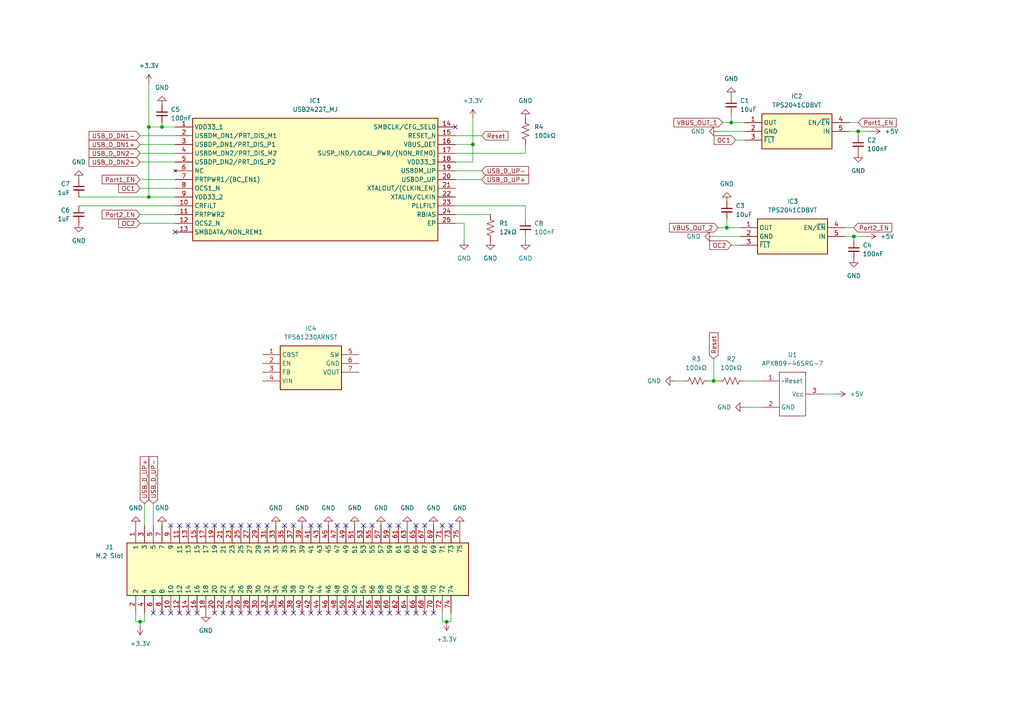
<source format=kicad_sch>
(kicad_sch (version 20250114) (generator "eeschema") (generator_version "9.0")
  (paper "A4")
  (lib_symbols
    (symbol "APX809-46SRG-7:APX809-46SRG-7"
      (property "Reference" "U" (at 0 7.112 0))
      (property "Value" "APX809-46SRG-7" (at 0 4.826 0))
      (symbol "APX809-46SRG-7_0_1"
        (rectangle (start -3.81 3.81) (end 3.81 -8.89))
      )
      (symbol "APX809-46SRG-7_1_1"
        (pin passive line (at -8.89 1.27 0) (length 5.08) (name "~Reset") (number "1"))
        (pin passive line (at -8.89 -6.35 0) (length 5.08) (name "GND") (number "2"))
        (pin passive line (at 8.89 -2.54 180) (length 5.08) (name "Vcc") (number "3"))
      )
    )
    (symbol "AthenaLib:M.2_Slot"
      (property "Reference" "J" (at -0.254 2.286 0))
      (property "Value" "M.2 Slot" (at -3.81 0.508 0))
      (symbol "M.2_Slot_1_1"
        (rectangle (start 5.08 7.62) (end 104.14 -7.62) (stroke (width 0.254)) (fill (type background)))
        (pin passive line (at 7.62 12.7 270) (length 5.08) (name "1") (number "1"))
        (pin passive line (at 7.62 -12.7 90) (length 5.08) (name "2") (number "2"))
        (pin passive line (at 10.16 12.7 270) (length 5.08) (name "3") (number "3"))
        (pin passive line (at 10.16 -12.7 90) (length 5.08) (name "4") (number "4"))
        (pin passive line (at 12.7 12.7 270) (length 5.08) (name "5") (number "5"))
        (pin passive line (at 12.7 -12.7 90) (length 5.08) (name "6") (number "6"))
        (pin passive line (at 15.24 12.7 270) (length 5.08) (name "7") (number "7"))
        (pin passive line (at 15.24 -12.7 90) (length 5.08) (name "8") (number "8"))
        (pin passive line (at 17.78 12.7 270) (length 5.08) (name "9") (number "9"))
        (pin passive line (at 17.78 -12.7 90) (length 5.08) (name "10") (number "10"))
        (pin passive line (at 20.32 12.7 270) (length 5.08) (name "11") (number "11"))
        (pin passive line (at 20.32 -12.7 90) (length 5.08) (name "12") (number "12"))
        (pin passive line (at 22.86 12.7 270) (length 5.08) (name "13") (number "13"))
        (pin passive line (at 22.86 -12.7 90) (length 5.08) (name "14") (number "14"))
        (pin passive line (at 25.4 12.7 270) (length 5.08) (name "15") (number "15"))
        (pin passive line (at 25.4 -12.7 90) (length 5.08) (name "16") (number "16"))
        (pin passive line (at 27.94 12.7 270) (length 5.08) (name "17") (number "17"))
        (pin passive line (at 27.94 -12.7 90) (length 5.08) (name "18") (number "18"))
        (pin passive line (at 30.48 12.7 270) (length 5.08) (name "19") (number "19"))
        (pin passive line (at 30.48 -12.7 90) (length 5.08) (name "20") (number "20"))
        (pin passive line (at 33.02 12.7 270) (length 5.08) (name "21") (number "21"))
        (pin passive line (at 33.02 -12.7 90) (length 5.08) (name "22") (number "22"))
        (pin passive line (at 35.56 12.7 270) (length 5.08) (name "23") (number "23"))
        (pin passive line (at 35.56 -12.7 90) (length 5.08) (name "24") (number "24"))
        (pin passive line (at 38.1 12.7 270) (length 5.08) (name "25") (number "25"))
        (pin passive line (at 38.1 -12.7 90) (length 5.08) (name "26") (number "26"))
        (pin passive line (at 40.64 12.7 270) (length 5.08) (name "27") (number "27"))
        (pin passive line (at 40.64 -12.7 90) (length 5.08) (name "28") (number "28"))
        (pin passive line (at 43.18 12.7 270) (length 5.08) (name "29") (number "29"))
        (pin passive line (at 43.18 -12.7 90) (length 5.08) (name "30") (number "30"))
        (pin passive line (at 45.72 12.7 270) (length 5.08) (name "31") (number "31"))
        (pin passive line (at 45.72 -12.7 90) (length 5.08) (name "32") (number "32"))
        (pin passive line (at 48.26 12.7 270) (length 5.08) (name "33") (number "33"))
        (pin passive line (at 48.26 -12.7 90) (length 5.08) (name "34") (number "34"))
        (pin passive line (at 50.8 12.7 270) (length 5.08) (name "35") (number "35"))
        (pin passive line (at 50.8 -12.7 90) (length 5.08) (name "36") (number "36"))
        (pin passive line (at 53.34 12.7 270) (length 5.08) (name "37") (number "37"))
        (pin passive line (at 53.34 -12.7 90) (length 5.08) (name "38") (number "38"))
        (pin passive line (at 55.88 12.7 270) (length 5.08) (name "39") (number "39"))
        (pin passive line (at 55.88 -12.7 90) (length 5.08) (name "40") (number "40"))
        (pin passive line (at 58.42 12.7 270) (length 5.08) (name "41") (number "41"))
        (pin passive line (at 58.42 -12.7 90) (length 5.08) (name "42") (number "42"))
        (pin passive line (at 60.96 12.7 270) (length 5.08) (name "43") (number "43"))
        (pin passive line (at 60.96 -12.7 90) (length 5.08) (name "44") (number "44"))
        (pin passive line (at 63.5 12.7 270) (length 5.08) (name "45") (number "45"))
        (pin passive line (at 63.5 -12.7 90) (length 5.08) (name "46") (number "46"))
        (pin passive line (at 66.04 12.7 270) (length 5.08) (name "47") (number "47"))
        (pin passive line (at 66.04 -12.7 90) (length 5.08) (name "48") (number "48"))
        (pin passive line (at 68.58 12.7 270) (length 5.08) (name "49") (number "49"))
        (pin passive line (at 68.58 -12.7 90) (length 5.08) (name "50") (number "50"))
        (pin passive line (at 71.12 12.7 270) (length 5.08) (name "51") (number "51"))
        (pin passive line (at 71.12 -12.7 90) (length 5.08) (name "52") (number "52"))
        (pin passive line (at 73.66 12.7 270) (length 5.08) (name "53") (number "53"))
        (pin passive line (at 73.66 -12.7 90) (length 5.08) (name "54") (number "54"))
        (pin passive line (at 76.2 12.7 270) (length 5.08) (name "55") (number "55"))
        (pin passive line (at 76.2 -12.7 90) (length 5.08) (name "56") (number "56"))
        (pin passive line (at 78.74 12.7 270) (length 5.08) (name "57") (number "57"))
        (pin passive line (at 78.74 -12.7 90) (length 5.08) (name "58") (number "58"))
        (pin passive line (at 81.28 12.7 270) (length 5.08) (name "59") (number "59"))
        (pin passive line (at 81.28 -12.7 90) (length 5.08) (name "60") (number "60"))
        (pin passive line (at 83.82 12.7 270) (length 5.08) (name "61") (number "61"))
        (pin passive line (at 83.82 -12.7 90) (length 5.08) (name "62") (number "62"))
        (pin passive line (at 86.36 12.7 270) (length 5.08) (name "63") (number "63"))
        (pin passive line (at 86.36 -12.7 90) (length 5.08) (name "64") (number "64"))
        (pin passive line (at 88.9 12.7 270) (length 5.08) (name "65") (number "65"))
        (pin passive line (at 88.9 -12.7 90) (length 5.08) (name "66") (number "66"))
        (pin passive line (at 91.44 12.7 270) (length 5.08) (name "67") (number "67"))
        (pin passive line (at 91.44 -12.7 90) (length 5.08) (name "68") (number "68"))
        (pin passive line (at 93.98 12.7 270) (length 5.08) (name "69") (number "69"))
        (pin passive line (at 93.98 -12.7 90) (length 5.08) (name "70") (number "70"))
        (pin passive line (at 96.52 12.7 270) (length 5.08) (name "71") (number "71"))
        (pin passive line (at 96.52 -12.7 90) (length 5.08) (name "72") (number "72"))
        (pin passive line (at 99.06 12.7 270) (length 5.08) (name "73") (number "73"))
        (pin passive line (at 99.06 -12.7 90) (length 5.08) (name "74") (number "74"))
        (pin passive line (at 101.6 12.7 270) (length 5.08) (name "75") (number "75"))
      )
    )
    (symbol "Device:C_Small" (pin_numbers (hide yes)) (pin_names (offset 0.254) (hide yes))
      (property "Reference" "C" (at 0.254 1.778 0))
      (property "Value" "C_Small" (at 0.254 -2.032 0))
      (symbol "C_Small_0_1"
        (polyline (pts (xy -1.524 0.508) (xy 1.524 0.508)) (stroke (width 0.3048)))
        (polyline (pts (xy -1.524 -0.508) (xy 1.524 -0.508)) (stroke (width 0.3302)))
      )
      (symbol "C_Small_1_1"
        (pin passive line (at 0 2.54 270) (length 2.032) (name "~") (number "1"))
        (pin passive line (at 0 -2.54 90) (length 2.032) (name "~") (number "2"))
      )
    )
    (symbol "Device:R_US" (pin_numbers (hide yes)) (pin_names (offset 0))
      (property "Reference" "R" (at 2.54 0 90))
      (property "Value" "R_US" (at -2.54 0 90))
      (symbol "R_US_0_1"
        (polyline (pts (xy 0 2.286) (xy 0 2.54)))
        (polyline (pts (xy 0 2.286) (xy 1.016 1.905) (xy 0 1.524) (xy -1.016 1.143) (xy 0 0.762)))
        (polyline (pts (xy 0 0.762) (xy 1.016 0.381) (xy 0 0) (xy -1.016 -0.381) (xy 0 -0.762)))
        (polyline (pts (xy 0 -0.762) (xy 1.016 -1.143) (xy 0 -1.524) (xy -1.016 -1.905) (xy 0 -2.286)))
        (polyline (pts (xy 0 -2.286) (xy 0 -2.54)))
      )
      (symbol "R_US_1_1"
        (pin passive line (at 0 3.81 270) (length 1.27) (name "~") (number "1"))
        (pin passive line (at 0 -3.81 90) (length 1.27) (name "~") (number "2"))
      )
    )
    (symbol "TPS2041CDBVT:TPS2041CDBVT"
      (property "Reference" "IC" (at 26.67 7.62 0))
      (property "Value" "TPS2041CDBVT" (at 26.67 5.08 0))
      (symbol "TPS2041CDBVT_1_1"
        (rectangle (start 5.08 2.54) (end 25.4 -7.62) (stroke (width 0.254)) (fill (type background)))
        (pin passive line (at 0 0 0) (length 5.08) (name "OUT") (number "1"))
        (pin passive line (at 0 -2.54 0) (length 5.08) (name "GND") (number "2"))
        (pin passive line (at 0 -5.08 0) (length 5.08) (name "~{FLT}") (number "3"))
        (pin passive line (at 30.48 0 180) (length 5.08) (name "EN/~{EN}") (number "4"))
        (pin passive line (at 30.48 -2.54 180) (length 5.08) (name "IN") (number "5"))
      )
    )
    (symbol "TPS61230ARNST:TPS61230ARNST"
      (property "Reference" "IC" (at 24.13 7.62 0))
      (property "Value" "TPS61230ARNST" (at 24.13 5.08 0))
      (symbol "TPS61230ARNST_1_1"
        (rectangle (start 5.08 2.54) (end 22.86 -10.16) (stroke (width 0.254)) (fill (type background)))
        (pin passive line (at 0 0 0) (length 5.08) (name "CBST") (number "1"))
        (pin passive line (at 0 -2.54 0) (length 5.08) (name "EN") (number "2"))
        (pin passive line (at 0 -5.08 0) (length 5.08) (name "FB") (number "3"))
        (pin passive line (at 0 -7.62 0) (length 5.08) (name "VIN") (number "4"))
        (pin passive line (at 27.94 0 180) (length 5.08) (name "SW") (number "5"))
        (pin passive line (at 27.94 -2.54 180) (length 5.08) (name "GND") (number "6"))
        (pin passive line (at 27.94 -5.08 180) (length 5.08) (name "VOUT") (number "7"))
      )
    )
    (symbol "USB2422T_MJ:USB2422T_MJ"
      (property "Reference" "IC" (at 77.47 7.62 0))
      (property "Value" "USB2422T_MJ" (at 77.47 5.08 0))
      (symbol "USB2422T_MJ_1_1"
        (rectangle (start 5.08 2.54) (end 76.2 -33.02) (stroke (width 0.254)) (fill (type background)))
        (pin passive line (at 0 0 0) (length 5.08) (name "VDD33_1") (number "1"))
        (pin passive line (at 0 -2.54 0) (length 5.08) (name "USBDM_DN1/PRT_DIS_M1") (number "2"))
        (pin passive line (at 0 -5.08 0) (length 5.08) (name "USBDP_DN1/PRT_DIS_P1") (number "3"))
        (pin passive line (at 0 -7.62 0) (length 5.08) (name "USBDM_DN2/PRT_DIS_M2") (number "4"))
        (pin passive line (at 0 -10.16 0) (length 5.08) (name "USBDP_DN2/PRT_DIS_P2") (number "5"))
        (pin no_connect line (at 0 -12.7 0) (length 5.08) (name "NC") (number "6"))
        (pin passive line (at 0 -15.24 0) (length 5.08) (name "PRTPWR1/(BC_EN1)") (number "7"))
        (pin passive line (at 0 -17.78 0) (length 5.08) (name "OCS1_N") (number "8"))
        (pin passive line (at 0 -20.32 0) (length 5.08) (name "VDD33_2") (number "9"))
        (pin passive line (at 0 -22.86 0) (length 5.08) (name "CRFILT") (number "10"))
        (pin passive line (at 0 -25.4 0) (length 5.08) (name "PRTPWR2") (number "11"))
        (pin passive line (at 0 -27.94 0) (length 5.08) (name "OCS2_N") (number "12"))
        (pin passive line (at 0 -30.48 0) (length 5.08) (name "SMBDATA/NON_REM1") (number "13"))
        (pin passive line (at 81.28 0 180) (length 5.08) (name "SMBCLK/CFG_SEL0") (number "14"))
        (pin passive line (at 81.28 -2.54 180) (length 5.08) (name "RESET_N") (number "15"))
        (pin passive line (at 81.28 -5.08 180) (length 5.08) (name "VBUS_DET") (number "16"))
        (pin passive line (at 81.28 -7.62 180) (length 5.08) (name "SUSP_IND/LOCAL_PWR/(NON_REM0)") (number "17"))
        (pin passive line (at 81.28 -10.16 180) (length 5.08) (name "VDD33_3") (number "18"))
        (pin passive line (at 81.28 -12.7 180) (length 5.08) (name "USBDM_UP") (number "19"))
        (pin passive line (at 81.28 -15.24 180) (length 5.08) (name "USBDP_UP") (number "20"))
        (pin passive line (at 81.28 -17.78 180) (length 5.08) (name "XTALOUT/(CLKIN_EN)") (number "21"))
        (pin passive line (at 81.28 -20.32 180) (length 5.08) (name "XTALIN/CLKIN") (number "22"))
        (pin passive line (at 81.28 -22.86 180) (length 5.08) (name "PLLFILT") (number "23"))
        (pin passive line (at 81.28 -25.4 180) (length 5.08) (name "RBIAS") (number "24"))
        (pin passive line (at 81.28 -27.94 180) (length 5.08) (name "EP") (number "25"))
      )
    )
    (symbol "power:+3.3V" (power) (pin_numbers (hide yes)) (pin_names (offset 0) (hide yes))
      (property "Value" "+3.3V" (at 0 3.556 0))
      (symbol "+3.3V_0_1"
        (polyline (pts (xy -0.762 1.27) (xy 0 2.54)))
        (polyline (pts (xy 0 2.54) (xy 0.762 1.27)))
        (polyline (pts (xy 0 0) (xy 0 2.54)))
      )
      (symbol "+3.3V_1_1"
        (pin power_in line (at 0 0 90) (length 0) (name "~") (number "1"))
      )
    )
    (symbol "power:+5V" (power) (pin_numbers (hide yes)) (pin_names (offset 0) (hide yes))
      (property "Value" "+5V" (at 0 3.556 0))
      (symbol "+5V_0_1"
        (polyline (pts (xy -0.762 1.27) (xy 0 2.54)))
        (polyline (pts (xy 0 2.54) (xy 0.762 1.27)))
        (polyline (pts (xy 0 0) (xy 0 2.54)))
      )
      (symbol "+5V_1_1"
        (pin power_in line (at 0 0 90) (length 0) (name "~") (number "1"))
      )
    )
    (symbol "power:GND" (power) (pin_numbers (hide yes)) (pin_names (offset 0) (hide yes))
      (property "Value" "GND" (at 0 -3.81 0))
      (symbol "GND_0_1"
        (polyline (pts (xy 0 0) (xy 0 -1.27) (xy 1.27 -1.27) (xy 0 -2.54) (xy -1.27 -1.27) (xy 0 -1.27)))
      )
      (symbol "GND_1_1"
        (pin power_in line (at 0 0 270) (length 0) (name "~") (number "1"))
      )
    )
  )
  (junction (at 43.18 36.83))
  (junction (at 247.65 68.58))
  (junction (at 210.82 66.04))
  (junction (at 40.64 180.34))
  (junction (at 43.18 57.15))
  (junction (at 248.92 38.1))
  (junction (at 129.54 180.34))
  (junction (at 46.99 36.83))
  (junction (at 207.01 110.49))
  (junction (at 137.16 41.91))
  (junction (at 212.09 35.56))
  (no_connect (at 62.23 177.8))
  (no_connect (at 105.41 177.8))
  (no_connect (at 100.33 152.4))
  (no_connect (at 49.53 152.4))
  (no_connect (at 74.93 152.4))
  (no_connect (at 87.63 177.8))
  (no_connect (at 67.31 177.8))
  (no_connect (at 115.57 152.4))
  (no_connect (at 72.39 177.8))
  (no_connect (at 72.39 152.4))
  (no_connect (at 107.95 152.4))
  (no_connect (at 132.08 36.83))
  (no_connect (at 102.87 177.8))
  (no_connect (at 130.81 152.4))
  (no_connect (at 123.19 152.4))
  (no_connect (at 57.15 152.4))
  (no_connect (at 97.79 177.8))
  (no_connect (at 44.45 177.8))
  (no_connect (at 100.33 177.8))
  (no_connect (at 113.03 152.4))
  (no_connect (at 77.47 152.4))
  (no_connect (at 80.01 177.8))
  (no_connect (at 50.8 67.31))
  (no_connect (at 85.09 152.4))
  (no_connect (at 52.07 177.8))
  (no_connect (at 90.17 152.4))
  (no_connect (at 57.15 177.8))
  (no_connect (at 64.77 152.4))
  (no_connect (at 69.85 177.8))
  (no_connect (at 92.71 152.4))
  (no_connect (at 52.07 152.4))
  (no_connect (at 59.69 152.4))
  (no_connect (at 54.61 177.8))
  (no_connect (at 85.09 177.8))
  (no_connect (at 92.71 177.8))
  (no_connect (at 62.23 152.4))
  (no_connect (at 67.31 152.4))
  (no_connect (at 107.95 177.8))
  (no_connect (at 123.19 177.8))
  (no_connect (at 49.53 177.8))
  (no_connect (at 113.03 177.8))
  (no_connect (at 77.47 177.8))
  (no_connect (at 120.65 152.4))
  (no_connect (at 120.65 177.8))
  (no_connect (at 118.11 177.8))
  (no_connect (at 82.55 152.4))
  (no_connect (at 105.41 152.4))
  (no_connect (at 82.55 177.8))
  (no_connect (at 128.27 152.4))
  (no_connect (at 54.61 152.4))
  (no_connect (at 64.77 177.8))
  (no_connect (at 97.79 152.4))
  (no_connect (at 74.93 177.8))
  (no_connect (at 90.17 177.8))
  (no_connect (at 69.85 152.4))
  (no_connect (at 125.73 177.8))
  (no_connect (at 95.25 177.8))
  (no_connect (at 46.99 177.8))
  (no_connect (at 115.57 177.8))
  (no_connect (at 110.49 177.8))
  (wire (pts (xy 215.9 118.11) (xy 220.98 118.11)))
  (wire (pts (xy 40.64 180.34) (xy 39.37 180.34)))
  (wire (pts (xy 245.11 68.58) (xy 247.65 68.58)))
  (wire (pts (xy 130.81 177.8) (xy 130.81 180.34)))
  (wire (pts (xy 207.01 110.49) (xy 208.28 110.49)))
  (wire (pts (xy 40.64 39.37) (xy 50.8 39.37)))
  (wire (pts (xy 132.08 49.53) (xy 139.7 49.53)))
  (wire (pts (xy 40.64 46.99) (xy 50.8 46.99)))
  (wire (pts (xy 40.64 181.61) (xy 40.64 180.34)))
  (wire (pts (xy 22.86 59.69) (xy 50.8 59.69)))
  (wire (pts (xy 132.08 52.07) (xy 139.7 52.07)))
  (wire (pts (xy 39.37 180.34) (xy 39.37 177.8)))
  (wire (pts (xy 205.74 110.49) (xy 207.01 110.49)))
  (wire (pts (xy 128.27 177.8) (xy 128.27 180.34)))
  (wire (pts (xy 40.64 52.07) (xy 50.8 52.07)))
  (wire (pts (xy 132.08 41.91) (xy 137.16 41.91)))
  (wire (pts (xy 207.01 68.58) (xy 214.63 68.58)))
  (wire (pts (xy 132.08 44.45) (xy 152.4 44.45)))
  (wire (pts (xy 247.65 68.58) (xy 251.46 68.58)))
  (wire (pts (xy 130.81 180.34) (xy 129.54 180.34)))
  (wire (pts (xy 41.91 146.05) (xy 41.91 152.4)))
  (wire (pts (xy 43.18 36.83) (xy 43.18 24.13)))
  (wire (pts (xy 152.4 68.58) (xy 152.4 69.85)))
  (wire (pts (xy 209.55 35.56) (xy 212.09 35.56)))
  (wire (pts (xy 210.82 66.04) (xy 214.63 66.04)))
  (wire (pts (xy 22.86 57.15) (xy 43.18 57.15)))
  (wire (pts (xy 132.08 59.69) (xy 152.4 59.69)))
  (wire (pts (xy 41.91 177.8) (xy 41.91 180.34)))
  (wire (pts (xy 43.18 57.15) (xy 43.18 36.83)))
  (wire (pts (xy 152.4 44.45) (xy 152.4 41.91)))
  (wire (pts (xy 137.16 46.99) (xy 137.16 41.91)))
  (wire (pts (xy 212.09 35.56) (xy 215.9 35.56)))
  (wire (pts (xy 247.65 68.58) (xy 247.65 69.85)))
  (wire (pts (xy 40.64 180.34) (xy 41.91 180.34)))
  (wire (pts (xy 132.08 64.77) (xy 134.62 64.77)))
  (wire (pts (xy 238.76 114.3) (xy 242.57 114.3)))
  (wire (pts (xy 245.11 66.04) (xy 247.65 66.04)))
  (wire (pts (xy 215.9 110.49) (xy 220.98 110.49)))
  (wire (pts (xy 248.92 38.1) (xy 252.73 38.1)))
  (wire (pts (xy 207.01 104.14) (xy 207.01 110.49)))
  (wire (pts (xy 46.99 36.83) (xy 50.8 36.83)))
  (wire (pts (xy 40.64 54.61) (xy 50.8 54.61)))
  (wire (pts (xy 43.18 36.83) (xy 46.99 36.83)))
  (wire (pts (xy 40.64 44.45) (xy 50.8 44.45)))
  (wire (pts (xy 46.99 35.56) (xy 46.99 36.83)))
  (wire (pts (xy 208.28 38.1) (xy 215.9 38.1)))
  (wire (pts (xy 212.09 33.02) (xy 212.09 35.56)))
  (wire (pts (xy 50.8 57.15) (xy 43.18 57.15)))
  (wire (pts (xy 137.16 41.91) (xy 137.16 34.29)))
  (wire (pts (xy 134.62 64.77) (xy 134.62 69.85)))
  (wire (pts (xy 132.08 39.37) (xy 139.7 39.37)))
  (wire (pts (xy 213.36 40.64) (xy 215.9 40.64)))
  (wire (pts (xy 210.82 63.5) (xy 210.82 66.04)))
  (wire (pts (xy 246.38 38.1) (xy 248.92 38.1)))
  (wire (pts (xy 246.38 35.56) (xy 248.92 35.56)))
  (wire (pts (xy 208.28 66.04) (xy 210.82 66.04)))
  (wire (pts (xy 44.45 146.05) (xy 44.45 152.4)))
  (wire (pts (xy 152.4 59.69) (xy 152.4 63.5)))
  (wire (pts (xy 248.92 38.1) (xy 248.92 39.37)))
  (wire (pts (xy 40.64 62.23) (xy 50.8 62.23)))
  (wire (pts (xy 40.64 41.91) (xy 50.8 41.91)))
  (wire (pts (xy 132.08 62.23) (xy 142.24 62.23)))
  (wire (pts (xy 40.64 64.77) (xy 50.8 64.77)))
  (wire (pts (xy 212.09 71.12) (xy 214.63 71.12)))
  (wire (pts (xy 195.58 110.49) (xy 198.12 110.49)))
  (wire (pts (xy 128.27 180.34) (xy 129.54 180.34)))
  (wire (pts (xy 132.08 46.99) (xy 137.16 46.99)))
  (global_label "VBUS_OUT_1" (shape input) (at 209.55 35.56 180) (property "Intersheetrefs" "${INTERSHEET_REFS}" (effects (hide yes))))
  (global_label "USB_D_DN1+" (shape input) (at 40.64 41.91 180) (property "Intersheetrefs" "${INTERSHEET_REFS}" (effects (hide yes))))
  (global_label "Reset" (shape input) (at 207.01 104.14 90) (property "Intersheetrefs" "${INTERSHEET_REFS}" (effects (hide yes))))
  (global_label "VBUS_OUT_2" (shape input) (at 208.28 66.04 180) (property "Intersheetrefs" "${INTERSHEET_REFS}" (effects (hide yes))))
  (global_label "USB_D_DN2+" (shape input) (at 40.64 46.99 180) (property "Intersheetrefs" "${INTERSHEET_REFS}" (effects (hide yes))))
  (global_label "OC2" (shape input) (at 40.64 64.77 180) (property "Intersheetrefs" "${INTERSHEET_REFS}" (effects (hide yes))))
  (global_label "USB_D_UP+" (shape input) (at 139.7 52.07 0) (property "Intersheetrefs" "${INTERSHEET_REFS}" (effects (hide yes))))
  (global_label "USB_D_UP-" (shape input) (at 139.7 49.53 0) (property "Intersheetrefs" "${INTERSHEET_REFS}" (effects (hide yes))))
  (global_label "USB_D_UP+" (shape input) (at 41.91 146.05 90) (property "Intersheetrefs" "${INTERSHEET_REFS}" (effects (hide yes))))
  (global_label "USB_D_DN1-" (shape input) (at 40.64 39.37 180) (property "Intersheetrefs" "${INTERSHEET_REFS}" (effects (hide yes))))
  (global_label "OC1" (shape input) (at 40.64 54.61 180) (property "Intersheetrefs" "${INTERSHEET_REFS}" (effects (hide yes))))
  (global_label "OC2" (shape input) (at 212.09 71.12 180) (property "Intersheetrefs" "${INTERSHEET_REFS}" (effects (hide yes))))
  (global_label "USB_D_DN2-" (shape input) (at 40.64 44.45 180) (property "Intersheetrefs" "${INTERSHEET_REFS}" (effects (hide yes))))
  (global_label "USB_D_UP-" (shape input) (at 44.45 146.05 90) (property "Intersheetrefs" "${INTERSHEET_REFS}" (effects (hide yes))))
  (global_label "Port2_EN" (shape input) (at 40.64 62.23 180) (property "Intersheetrefs" "${INTERSHEET_REFS}" (effects (hide yes))))
  (global_label "Port2_EN" (shape input) (at 247.65 66.04 0) (property "Intersheetrefs" "${INTERSHEET_REFS}" (effects (hide yes))))
  (global_label "Port1_EN" (shape input) (at 248.92 35.56 0) (property "Intersheetrefs" "${INTERSHEET_REFS}" (effects (hide yes))))
  (global_label "Reset" (shape input) (at 139.7 39.37 0) (property "Intersheetrefs" "${INTERSHEET_REFS}" (effects (hide yes))))
  (global_label "Port1_EN" (shape input) (at 40.64 52.07 180) (property "Intersheetrefs" "${INTERSHEET_REFS}" (effects (hide yes))))
  (global_label "OC1" (shape input) (at 213.36 40.64 180) (property "Intersheetrefs" "${INTERSHEET_REFS}" (effects (hide yes))))
  (symbol (lib_id "power:GND") (at 248.92 44.45 0) (unit 1)
    (property "Reference" "#PWR021" (effects (hide yes)))
    (property "Value" "GND" (at 248.92 49.53 0))
    (property "Description" "Power symbol creates a global label with name \"GND\" , ground" (effects (hide yes)))
  )
  (symbol (lib_id "power:GND") (at 22.86 64.77 0) (unit 1)
    (property "Reference" "#PWR026" (effects (hide yes)))
    (property "Value" "GND" (at 22.86 69.85 0))
    (property "Description" "Power symbol creates a global label with name \"GND\" , ground" (effects (hide yes)))
  )
  (symbol (lib_id "Device:C_Small") (at 22.86 62.23 0) (mirror y) (unit 1)
    (property "Reference" "C6" (at 20.32 60.9662 0) (effects (justify left)))
    (property "Value" "1uF" (at 20.32 63.5062 0) (effects (justify left)))
    (property "Footprint" "Capacitor_SMD:C_0402_1005Metric_Pad0.74x0.62mm_HandSolder" (effects (hide yes)))
    (property "Description" "Unpolarized capacitor, small symbol" (effects (hide yes)))
  )
  (symbol (lib_id "USB2422T_MJ:USB2422T_MJ") (at 50.8 36.83 0) (unit 1)
    (property "Reference" "IC1" (at 91.44 29.21 0))
    (property "Value" "USB2422T_MJ" (at 91.44 31.75 0))
    (property "Footprint" "Component Library:QFN50P400X400X100-25N-D" (effects (hide yes)))
    (property "Datasheet" "https://ww1.microchip.com/downloads/aemDocuments/documents/OTH/ProductDocuments/DataSheets/00001726B.pdf" (effects (hide yes)))
    (property "Description" "USB Interface IC Low Pin Count 2-Port USB 2.0 Hi-Speed Hub Controller" (effects (hide yes)))
    (property "Height" "1" (effects (hide yes)))
    (property "Manufacturer_Name" "Microchip" (effects (hide yes)))
    (property "Manufacturer_Part_Number" "USB2422T/MJ" (effects (hide yes)))
    (property "Mouser Part Number" "579-USB2422T/MJ" (effects (hide yes)))
    (property "Mouser Price/Stock" "https://www.mouser.co.uk/ProductDetail/Microchip-Technology/USB2422T-MJ?qs=eTPcRhULBzw8R7WrPRkbgg%3D%3D" (effects (hide yes)))
    (property "Arrow Part Number" "USB2422T/MJ" (effects (hide yes)))
    (property "Arrow Price/Stock" "https://www.arrow.com/en/products/usb2422tmj/microchip-technology?utm_currency=USD&region=nac" (effects (hide yes)))
  )
  (symbol (lib_id "power:GND") (at 125.73 152.4 180) (unit 1)
    (property "Reference" "#PWR09" (effects (hide yes)))
    (property "Value" "GND" (at 125.73 147.32 0))
    (property "Description" "Power symbol creates a global label with name \"GND\" , ground" (effects (hide yes)))
  )
  (symbol (lib_id "Device:R_US") (at 142.24 66.04 0) (unit 1)
    (property "Reference" "R1" (at 144.78 64.7699 0) (effects (justify left)))
    (property "Value" "12kΩ" (at 144.78 67.3099 0) (effects (justify left)))
    (property "Footprint" "Resistor_SMD:R_0402_1005Metric_Pad0.72x0.64mm_HandSolder" (effects (hide yes)))
    (property "Description" "Resistor, US symbol" (effects (hide yes)))
    (property "Note" "+/- 1% or better" (effects (hide yes)))
  )
  (symbol (lib_id "power:GND") (at 39.37 152.4 180) (unit 1)
    (property "Reference" "#PWR01" (effects (hide yes)))
    (property "Value" "GND" (at 39.37 147.32 0))
    (property "Description" "Power symbol creates a global label with name \"GND\" , ground" (effects (hide yes)))
  )
  (symbol (lib_id "power:+3.3V") (at 137.16 34.29 0) (unit 1)
    (property "Reference" "#PWR015" (effects (hide yes)))
    (property "Value" "+3.3V" (at 137.16 29.21 0))
    (property "Description" "Power symbol creates a global label with name \"+3.3V\"" (effects (hide yes)))
  )
  (symbol (lib_id "power:GND") (at 247.65 74.93 0) (unit 1)
    (property "Reference" "#PWR022" (effects (hide yes)))
    (property "Value" "GND" (at 247.65 80.01 0))
    (property "Description" "Power symbol creates a global label with name \"GND\" , ground" (effects (hide yes)))
  )
  (symbol (lib_id "power:GND") (at 46.99 30.48 180) (unit 1)
    (property "Reference" "#PWR025" (effects (hide yes)))
    (property "Value" "GND" (at 46.99 25.4 0))
    (property "Description" "Power symbol creates a global label with name \"GND\" , ground" (effects (hide yes)))
  )
  (symbol (lib_id "Device:C_Small") (at 210.82 60.96 0) (unit 1)
    (property "Reference" "C3" (at 213.36 59.6962 0) (effects (justify left)))
    (property "Value" "10uF" (at 213.36 62.2362 0) (effects (justify left)))
    (property "Footprint" "Capacitor_SMD:C_0402_1005Metric_Pad0.74x0.62mm_HandSolder" (effects (hide yes)))
    (property "Description" "Unpolarized capacitor, small symbol" (effects (hide yes)))
  )
  (symbol (lib_id "power:GND") (at 152.4 69.85 0) (unit 1)
    (property "Reference" "#PWR028" (effects (hide yes)))
    (property "Value" "GND" (at 152.4 74.93 0))
    (property "Description" "Power symbol creates a global label with name \"GND\" , ground" (effects (hide yes)))
  )
  (symbol (lib_id "Device:C_Small") (at 247.65 72.39 0) (unit 1)
    (property "Reference" "C4" (at 250.19 71.1262 0) (effects (justify left)))
    (property "Value" "100nF" (at 250.19 73.6662 0) (effects (justify left)))
    (property "Footprint" "Capacitor_SMD:C_0402_1005Metric_Pad0.74x0.62mm_HandSolder" (effects (hide yes)))
    (property "Description" "Unpolarized capacitor, small symbol" (effects (hide yes)))
  )
  (symbol (lib_id "power:GND") (at 118.11 152.4 180) (unit 1)
    (property "Reference" "#PWR08" (effects (hide yes)))
    (property "Value" "GND" (at 118.11 147.32 0))
    (property "Description" "Power symbol creates a global label with name \"GND\" , ground" (effects (hide yes)))
  )
  (symbol (lib_id "power:+5V") (at 252.73 38.1 270) (unit 1)
    (property "Reference" "#PWR018" (effects (hide yes)))
    (property "Value" "+5V" (at 256.54 38.0999 90) (effects (justify left)))
    (property "Description" "Power symbol creates a global label with name \"+5V\"" (effects (hide yes)))
  )
  (symbol (lib_id "TPS2041CDBVT:TPS2041CDBVT") (at 215.9 35.56 0) (unit 1)
    (property "Reference" "IC2" (at 231.14 27.94 0))
    (property "Value" "TPS2041CDBVT" (at 231.14 30.48 0))
    (property "Footprint" "Component Library:SOT95P280X145-5N" (effects (hide yes)))
    (property "Datasheet" "http://www.ti.com/lit/gpn/tps2041c" (effects (hide yes)))
    (property "Description" "Texas Instruments TPS2041CDBVT Digital Power Switch IC, Power Distribution, 0.5A, 4.5  5.5V, 5-Pin, SOT-23" (effects (hide yes)))
    (property "Height" "1.45" (effects (hide yes)))
    (property "Manufacturer_Name" "Texas Instruments" (effects (hide yes)))
    (property "Manufacturer_Part_Number" "TPS2041CDBVT" (effects (hide yes)))
    (property "Mouser Part Number" "595-TPS2041CDBVT" (effects (hide yes)))
    (property "Mouser Price/Stock" "https://www.mouser.co.uk/ProductDetail/Texas-Instruments/TPS2041CDBVT?qs=jUogulkOmlah9k1%252BY0WftQ%3D%3D" (effects (hide yes)))
    (property "Arrow Part Number" "TPS2041CDBVT" (effects (hide yes)))
    (property "Arrow Price/Stock" "https://www.arrow.com/en/products/tps2041cdbvt/texas-instruments?utm_currency=USD&region=nac" (effects (hide yes)))
  )
  (symbol (lib_id "power:+3.3V") (at 129.54 180.34 180) (unit 1)
    (property "Reference" "#PWR013" (effects (hide yes)))
    (property "Value" "+3.3V" (at 129.54 185.42 0))
    (property "Description" "Power symbol creates a global label with name \"+3.3V\"" (effects (hide yes)))
  )
  (symbol (lib_id "Device:C_Small") (at 22.86 54.61 0) (mirror y) (unit 1)
    (property "Reference" "C7" (at 20.32 53.3462 0) (effects (justify left)))
    (property "Value" "1uF" (at 20.32 55.8862 0) (effects (justify left)))
    (property "Footprint" "Capacitor_SMD:C_0402_1005Metric_Pad0.74x0.62mm_HandSolder" (effects (hide yes)))
    (property "Description" "Unpolarized capacitor, small symbol" (effects (hide yes)))
  )
  (symbol (lib_id "Device:R_US") (at 212.09 110.49 270) (unit 1)
    (property "Reference" "R2" (at 212.09 104.14 90))
    (property "Value" "100kΩ" (at 212.09 106.68 90))
    (property "Footprint" "Resistor_SMD:R_0402_1005Metric_Pad0.72x0.64mm_HandSolder" (effects (hide yes)))
    (property "Description" "Resistor, US symbol" (effects (hide yes)))
  )
  (symbol (lib_id "power:GND") (at 215.9 118.11 270) (unit 1)
    (property "Reference" "#PWR030" (effects (hide yes)))
    (property "Value" "GND" (at 212.09 118.1099 90) (effects (justify right)))
    (property "Description" "Power symbol creates a global label with name \"GND\" , ground" (effects (hide yes)))
  )
  (symbol (lib_id "power:GND") (at 142.24 69.85 0) (unit 1)
    (property "Reference" "#PWR020" (effects (hide yes)))
    (property "Value" "GND" (at 142.24 74.93 0))
    (property "Description" "Power symbol creates a global label with name \"GND\" , ground" (effects (hide yes)))
  )
  (symbol (lib_id "TPS2041CDBVT:TPS2041CDBVT") (at 214.63 66.04 0) (unit 1)
    (property "Reference" "IC3" (at 229.87 58.42 0))
    (property "Value" "TPS2041CDBVT" (at 229.87 60.96 0))
    (property "Footprint" "Component Library:SOT95P280X145-5N" (effects (hide yes)))
    (property "Datasheet" "http://www.ti.com/lit/gpn/tps2041c" (effects (hide yes)))
    (property "Description" "Texas Instruments TPS2041CDBVT Digital Power Switch IC, Power Distribution, 0.5A, 4.5  5.5V, 5-Pin, SOT-23" (effects (hide yes)))
    (property "Height" "1.45" (effects (hide yes)))
    (property "Manufacturer_Name" "Texas Instruments" (effects (hide yes)))
    (property "Manufacturer_Part_Number" "TPS2041CDBVT" (effects (hide yes)))
    (property "Mouser Part Number" "595-TPS2041CDBVT" (effects (hide yes)))
    (property "Mouser Price/Stock" "https://www.mouser.co.uk/ProductDetail/Texas-Instruments/TPS2041CDBVT?qs=jUogulkOmlah9k1%252BY0WftQ%3D%3D" (effects (hide yes)))
    (property "Arrow Part Number" "TPS2041CDBVT" (effects (hide yes)))
    (property "Arrow Price/Stock" "https://www.arrow.com/en/products/tps2041cdbvt/texas-instruments?utm_currency=USD&region=nac" (effects (hide yes)))
  )
  (symbol (lib_id "Device:C_Small") (at 248.92 41.91 0) (unit 1)
    (property "Reference" "C2" (at 251.46 40.6462 0) (effects (justify left)))
    (property "Value" "100nF" (at 251.46 43.1862 0) (effects (justify left)))
    (property "Footprint" "Capacitor_SMD:C_0402_1005Metric_Pad0.74x0.62mm_HandSolder" (effects (hide yes)))
    (property "Description" "Unpolarized capacitor, small symbol" (effects (hide yes)))
  )
  (symbol (lib_id "power:+5V") (at 242.57 114.3 270) (unit 1)
    (property "Reference" "#PWR031" (effects (hide yes)))
    (property "Value" "+5V" (at 246.38 114.2999 90) (effects (justify left)))
    (property "Description" "Power symbol creates a global label with name \"+5V\"" (effects (hide yes)))
  )
  (symbol (lib_id "power:GND") (at 80.01 152.4 180) (unit 1)
    (property "Reference" "#PWR03" (effects (hide yes)))
    (property "Value" "GND" (at 80.01 147.32 0))
    (property "Description" "Power symbol creates a global label with name \"GND\" , ground" (effects (hide yes)))
  )
  (symbol (lib_id "power:GND") (at 210.82 58.42 180) (unit 1)
    (property "Reference" "#PWR023" (effects (hide yes)))
    (property "Value" "GND" (at 210.82 53.34 0))
    (property "Description" "Power symbol creates a global label with name \"GND\" , ground" (effects (hide yes)))
  )
  (symbol (lib_id "power:GND") (at 195.58 110.49 270) (unit 1)
    (property "Reference" "#PWR032" (effects (hide yes)))
    (property "Value" "GND" (at 191.77 110.4899 90) (effects (justify right)))
    (property "Description" "Power symbol creates a global label with name \"GND\" , ground" (effects (hide yes)))
  )
  (symbol (lib_id "power:GND") (at 152.4 34.29 180) (unit 1)
    (property "Reference" "#PWR033" (effects (hide yes)))
    (property "Value" "GND" (at 152.4 29.21 0))
    (property "Description" "Power symbol creates a global label with name \"GND\" , ground" (effects (hide yes)))
  )
  (symbol (lib_id "power:GND") (at 87.63 152.4 180) (unit 1)
    (property "Reference" "#PWR04" (effects (hide yes)))
    (property "Value" "GND" (at 87.63 147.32 0))
    (property "Description" "Power symbol creates a global label with name \"GND\" , ground" (effects (hide yes)))
  )
  (symbol (lib_id "power:+3.3V") (at 43.18 24.13 0) (unit 1)
    (property "Reference" "#PWR014" (effects (hide yes)))
    (property "Value" "+3.3V" (at 43.18 19.05 0))
    (property "Description" "Power symbol creates a global label with name \"+3.3V\"" (effects (hide yes)))
  )
  (symbol (lib_id "TPS61230ARNST:TPS61230ARNST") (at 76.2 102.87 0) (unit 1)
    (property "Reference" "IC4" (at 90.17 95.25 0))
    (property "Value" "TPS61230ARNST" (at 90.17 97.79 0))
    (property "Footprint" "Component Library:RNS0007A" (effects (hide yes)))
    (property "Datasheet" "http://www.ti.com/lit/ds/symlink/tps61230a.pdf" (effects (hide yes)))
    (property "Description" "TEXAS INSTRUMENTS - TPS61230ARNST - DC/DC CONV, SYNC BOOST, 1.15MHZ, VQFN-7" (effects (hide yes)))
    (property "Manufacturer_Name" "Texas Instruments" (effects (hide yes)))
    (property "Manufacturer_Part_Number" "TPS61230ARNST" (effects (hide yes)))
    (property "Mouser Part Number" "595-TPS61230ARNST" (effects (hide yes)))
    (property "Mouser Price/Stock" "https://www.mouser.co.uk/ProductDetail/Texas-Instruments/TPS61230ARNST?qs=LuYMPh7GGMSwO5pWS4wouQ%3D%3D" (effects (hide yes)))
    (property "Arrow Part Number" "TPS61230ARNST" (effects (hide yes)))
    (property "Arrow Price/Stock" "https://www.arrow.com/en/products/tps61230arnst/texas-instruments?region=nac" (effects (hide yes)))
  )
  (symbol (lib_id "power:GND") (at 208.28 38.1 270) (unit 1)
    (property "Reference" "#PWR017" (effects (hide yes)))
    (property "Value" "GND" (at 204.47 38.0999 90) (effects (justify right)))
    (property "Description" "Power symbol creates a global label with name \"GND\" , ground" (effects (hide yes)))
  )
  (symbol (lib_id "power:GND") (at 46.99 152.4 180) (unit 1)
    (property "Reference" "#PWR02" (effects (hide yes)))
    (property "Value" "GND" (at 46.99 147.32 0))
    (property "Description" "Power symbol creates a global label with name \"GND\" , ground" (effects (hide yes)))
  )
  (symbol (lib_id "APX809-46SRG-7:APX809-46SRG-7") (at 229.87 111.76 0) (unit 1)
    (property "Reference" "U1" (at 229.87 102.87 0))
    (property "Value" "APX809-46SRG-7" (at 229.87 105.41 0))
    (property "Footprint" "Component Library:APX809-SR" (effects (hide yes)))
  )
  (symbol (lib_id "Device:R_US") (at 152.4 38.1 180) (unit 1)
    (property "Reference" "R4" (at 154.94 36.8299 0) (effects (justify right)))
    (property "Value" "100kΩ" (at 154.94 39.3699 0) (effects (justify right)))
    (property "Footprint" "Resistor_SMD:R_0402_1005Metric_Pad0.72x0.64mm_HandSolder" (effects (hide yes)))
    (property "Description" "Resistor, US symbol" (effects (hide yes)))
  )
  (symbol (lib_id "AthenaLib:M.2_Slot") (at 31.75 165.1 0) (unit 1)
    (property "Reference" "J1" (at 31.75 158.6798 0))
    (property "Value" "M.2 Slot" (at 31.75 161.2198 0))
    (property "Footprint" "Component Library:NGFF_A+E" (effects (hide yes)))
    (property "Manufacturer_Part_Number" "MDT420E03001" (effects (hide yes)))
    (property "Mouser Part Number" "523-MDT420E03001" (effects (hide yes)))
    (property "Mouser Price/Stock" "https://www.mouser.co.uk/ProductDetail/Amphenol-FCI/MDT420E03001?qs=lrCDz5EUXIYl88vGqaCUkQ%3D%3D" (effects (hide yes)))
    (property "Arrow Part Number" "MDT420E03001" (effects (hide yes)))
    (property "Arrow Price/Stock" "https://www.arrow.com/en/products/mdt420e03001/amphenol-fci?region=nac" (effects (hide yes)))
  )
  (symbol (lib_id "power:GND") (at 134.62 69.85 0) (unit 1)
    (property "Reference" "#PWR029" (effects (hide yes)))
    (property "Value" "GND" (at 134.62 74.93 0))
    (property "Description" "Power symbol creates a global label with name \"GND\" , ground" (effects (hide yes)))
  )
  (symbol (lib_id "Device:C_Small") (at 152.4 66.04 0) (unit 1)
    (property "Reference" "C8" (at 154.94 64.7762 0) (effects (justify left)))
    (property "Value" "100nF" (at 154.94 67.3162 0) (effects (justify left)))
    (property "Footprint" "Capacitor_SMD:C_0402_1005Metric_Pad0.74x0.62mm_HandSolder" (effects (hide yes)))
    (property "Description" "Unpolarized capacitor, small symbol" (effects (hide yes)))
  )
  (symbol (lib_id "Device:C_Small") (at 46.99 33.02 0) (unit 1)
    (property "Reference" "C5" (at 49.53 31.7562 0) (effects (justify left)))
    (property "Value" "100nF" (at 49.53 34.2962 0) (effects (justify left)))
    (property "Footprint" "Capacitor_SMD:C_0402_1005Metric_Pad0.74x0.62mm_HandSolder" (effects (hide yes)))
    (property "Description" "Unpolarized capacitor, small symbol" (effects (hide yes)))
  )
  (symbol (lib_id "power:GND") (at 207.01 68.58 270) (unit 1)
    (property "Reference" "#PWR016" (effects (hide yes)))
    (property "Value" "GND" (at 203.2 68.5799 90) (effects (justify right)))
    (property "Description" "Power symbol creates a global label with name \"GND\" , ground" (effects (hide yes)))
  )
  (symbol (lib_id "power:GND") (at 22.86 52.07 180) (unit 1)
    (property "Reference" "#PWR027" (effects (hide yes)))
    (property "Value" "GND" (at 22.86 46.99 0))
    (property "Description" "Power symbol creates a global label with name \"GND\" , ground" (effects (hide yes)))
  )
  (symbol (lib_id "power:GND") (at 59.69 177.8 0) (unit 1)
    (property "Reference" "#PWR011" (effects (hide yes)))
    (property "Value" "GND" (at 59.69 182.88 0))
    (property "Description" "Power symbol creates a global label with name \"GND\" , ground" (effects (hide yes)))
  )
  (symbol (lib_id "power:GND") (at 110.49 152.4 180) (unit 1)
    (property "Reference" "#PWR07" (effects (hide yes)))
    (property "Value" "GND" (at 110.49 147.32 0))
    (property "Description" "Power symbol creates a global label with name \"GND\" , ground" (effects (hide yes)))
  )
  (symbol (lib_id "power:GND") (at 95.25 152.4 180) (unit 1)
    (property "Reference" "#PWR05" (effects (hide yes)))
    (property "Value" "GND" (at 95.25 147.32 0))
    (property "Description" "Power symbol creates a global label with name \"GND\" , ground" (effects (hide yes)))
  )
  (symbol (lib_id "power:GND") (at 102.87 152.4 180) (unit 1)
    (property "Reference" "#PWR06" (effects (hide yes)))
    (property "Value" "GND" (at 102.87 147.32 0))
    (property "Description" "Power symbol creates a global label with name \"GND\" , ground" (effects (hide yes)))
  )
  (symbol (lib_id "power:GND") (at 212.09 27.94 180) (unit 1)
    (property "Reference" "#PWR024" (effects (hide yes)))
    (property "Value" "GND" (at 212.09 22.86 0))
    (property "Description" "Power symbol creates a global label with name \"GND\" , ground" (effects (hide yes)))
  )
  (symbol (lib_id "Device:C_Small") (at 212.09 30.48 0) (unit 1)
    (property "Reference" "C1" (at 214.63 29.2162 0) (effects (justify left)))
    (property "Value" "10uF" (at 214.63 31.7562 0) (effects (justify left)))
    (property "Footprint" "Capacitor_SMD:C_0402_1005Metric_Pad0.74x0.62mm_HandSolder" (effects (hide yes)))
    (property "Description" "Unpolarized capacitor, small symbol" (effects (hide yes)))
  )
  (symbol (lib_id "power:+3.3V") (at 40.64 181.61 180) (unit 1)
    (property "Reference" "#PWR012" (effects (hide yes)))
    (property "Value" "+3.3V" (at 40.64 186.69 0))
    (property "Description" "Power symbol creates a global label with name \"+3.3V\"" (effects (hide yes)))
  )
  (symbol (lib_id "power:+5V") (at 251.46 68.58 270) (unit 1)
    (property "Reference" "#PWR019" (effects (hide yes)))
    (property "Value" "+5V" (at 255.27 68.5799 90) (effects (justify left)))
    (property "Description" "Power symbol creates a global label with name \"+5V\"" (effects (hide yes)))
  )
  (symbol (lib_id "Device:R_US") (at 201.93 110.49 270) (unit 1)
    (property "Reference" "R3" (at 201.93 104.14 90))
    (property "Value" "100kΩ" (at 201.93 106.68 90))
    (property "Footprint" "Resistor_SMD:R_0402_1005Metric_Pad0.72x0.64mm_HandSolder" (effects (hide yes)))
    (property "Description" "Resistor, US symbol" (effects (hide yes)))
  )
  (symbol (lib_id "power:GND") (at 133.35 152.4 180) (unit 1)
    (property "Reference" "#PWR010" (effects (hide yes)))
    (property "Value" "GND" (at 133.35 147.32 0))
    (property "Description" "Power symbol creates a global label with name \"GND\" , ground" (effects (hide yes)))
  )
)
</source>
